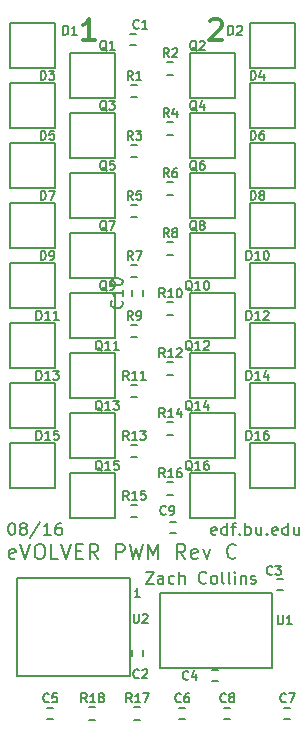
<source format=gbr>
G04 #@! TF.FileFunction,Legend,Top*
%FSLAX46Y46*%
G04 Gerber Fmt 4.6, Leading zero omitted, Abs format (unit mm)*
G04 Created by KiCad (PCBNEW 4.0.7) date Monday, October 08, 2018 'PMt' 05:16:59 PM*
%MOMM*%
%LPD*%
G01*
G04 APERTURE LIST*
%ADD10C,0.100000*%
%ADD11C,0.203200*%
%ADD12C,0.190500*%
%ADD13C,0.300000*%
%ADD14C,0.150000*%
%ADD15C,0.127000*%
G04 APERTURE END LIST*
D10*
D11*
X169614549Y-118188619D02*
X170291882Y-118188619D01*
X169614549Y-119204619D01*
X170291882Y-119204619D01*
X171114358Y-119204619D02*
X171114358Y-118672429D01*
X171065977Y-118575667D01*
X170969215Y-118527286D01*
X170775692Y-118527286D01*
X170678930Y-118575667D01*
X171114358Y-119156238D02*
X171017596Y-119204619D01*
X170775692Y-119204619D01*
X170678930Y-119156238D01*
X170630549Y-119059476D01*
X170630549Y-118962714D01*
X170678930Y-118865952D01*
X170775692Y-118817571D01*
X171017596Y-118817571D01*
X171114358Y-118769190D01*
X172033596Y-119156238D02*
X171936834Y-119204619D01*
X171743311Y-119204619D01*
X171646549Y-119156238D01*
X171598168Y-119107857D01*
X171549787Y-119011095D01*
X171549787Y-118720810D01*
X171598168Y-118624048D01*
X171646549Y-118575667D01*
X171743311Y-118527286D01*
X171936834Y-118527286D01*
X172033596Y-118575667D01*
X172469025Y-119204619D02*
X172469025Y-118188619D01*
X172904453Y-119204619D02*
X172904453Y-118672429D01*
X172856072Y-118575667D01*
X172759310Y-118527286D01*
X172614168Y-118527286D01*
X172517406Y-118575667D01*
X172469025Y-118624048D01*
X174742929Y-119107857D02*
X174694548Y-119156238D01*
X174549405Y-119204619D01*
X174452643Y-119204619D01*
X174307501Y-119156238D01*
X174210739Y-119059476D01*
X174162358Y-118962714D01*
X174113977Y-118769190D01*
X174113977Y-118624048D01*
X174162358Y-118430524D01*
X174210739Y-118333762D01*
X174307501Y-118237000D01*
X174452643Y-118188619D01*
X174549405Y-118188619D01*
X174694548Y-118237000D01*
X174742929Y-118285381D01*
X175323501Y-119204619D02*
X175226739Y-119156238D01*
X175178358Y-119107857D01*
X175129977Y-119011095D01*
X175129977Y-118720810D01*
X175178358Y-118624048D01*
X175226739Y-118575667D01*
X175323501Y-118527286D01*
X175468643Y-118527286D01*
X175565405Y-118575667D01*
X175613786Y-118624048D01*
X175662167Y-118720810D01*
X175662167Y-119011095D01*
X175613786Y-119107857D01*
X175565405Y-119156238D01*
X175468643Y-119204619D01*
X175323501Y-119204619D01*
X176242739Y-119204619D02*
X176145977Y-119156238D01*
X176097596Y-119059476D01*
X176097596Y-118188619D01*
X176774929Y-119204619D02*
X176678167Y-119156238D01*
X176629786Y-119059476D01*
X176629786Y-118188619D01*
X177161976Y-119204619D02*
X177161976Y-118527286D01*
X177161976Y-118188619D02*
X177113595Y-118237000D01*
X177161976Y-118285381D01*
X177210357Y-118237000D01*
X177161976Y-118188619D01*
X177161976Y-118285381D01*
X177645786Y-118527286D02*
X177645786Y-119204619D01*
X177645786Y-118624048D02*
X177694167Y-118575667D01*
X177790929Y-118527286D01*
X177936071Y-118527286D01*
X178032833Y-118575667D01*
X178081214Y-118672429D01*
X178081214Y-119204619D01*
X178516643Y-119156238D02*
X178613405Y-119204619D01*
X178806929Y-119204619D01*
X178903690Y-119156238D01*
X178952071Y-119059476D01*
X178952071Y-119011095D01*
X178903690Y-118914333D01*
X178806929Y-118865952D01*
X178661786Y-118865952D01*
X178565024Y-118817571D01*
X178516643Y-118720810D01*
X178516643Y-118672429D01*
X178565024Y-118575667D01*
X178661786Y-118527286D01*
X178806929Y-118527286D01*
X178903690Y-118575667D01*
D12*
X158232929Y-114061119D02*
X158329690Y-114061119D01*
X158426452Y-114109500D01*
X158474833Y-114157881D01*
X158523214Y-114254643D01*
X158571595Y-114448167D01*
X158571595Y-114690071D01*
X158523214Y-114883595D01*
X158474833Y-114980357D01*
X158426452Y-115028738D01*
X158329690Y-115077119D01*
X158232929Y-115077119D01*
X158136167Y-115028738D01*
X158087786Y-114980357D01*
X158039405Y-114883595D01*
X157991024Y-114690071D01*
X157991024Y-114448167D01*
X158039405Y-114254643D01*
X158087786Y-114157881D01*
X158136167Y-114109500D01*
X158232929Y-114061119D01*
X159152167Y-114496548D02*
X159055405Y-114448167D01*
X159007024Y-114399786D01*
X158958643Y-114303024D01*
X158958643Y-114254643D01*
X159007024Y-114157881D01*
X159055405Y-114109500D01*
X159152167Y-114061119D01*
X159345690Y-114061119D01*
X159442452Y-114109500D01*
X159490833Y-114157881D01*
X159539214Y-114254643D01*
X159539214Y-114303024D01*
X159490833Y-114399786D01*
X159442452Y-114448167D01*
X159345690Y-114496548D01*
X159152167Y-114496548D01*
X159055405Y-114544929D01*
X159007024Y-114593310D01*
X158958643Y-114690071D01*
X158958643Y-114883595D01*
X159007024Y-114980357D01*
X159055405Y-115028738D01*
X159152167Y-115077119D01*
X159345690Y-115077119D01*
X159442452Y-115028738D01*
X159490833Y-114980357D01*
X159539214Y-114883595D01*
X159539214Y-114690071D01*
X159490833Y-114593310D01*
X159442452Y-114544929D01*
X159345690Y-114496548D01*
X160700357Y-114012738D02*
X159829500Y-115319024D01*
X161571214Y-115077119D02*
X160990643Y-115077119D01*
X161280929Y-115077119D02*
X161280929Y-114061119D01*
X161184167Y-114206262D01*
X161087405Y-114303024D01*
X160990643Y-114351405D01*
X162442071Y-114061119D02*
X162248548Y-114061119D01*
X162151786Y-114109500D01*
X162103405Y-114157881D01*
X162006643Y-114303024D01*
X161958262Y-114496548D01*
X161958262Y-114883595D01*
X162006643Y-114980357D01*
X162055024Y-115028738D01*
X162151786Y-115077119D01*
X162345309Y-115077119D01*
X162442071Y-115028738D01*
X162490452Y-114980357D01*
X162538833Y-114883595D01*
X162538833Y-114641690D01*
X162490452Y-114544929D01*
X162442071Y-114496548D01*
X162345309Y-114448167D01*
X162151786Y-114448167D01*
X162055024Y-114496548D01*
X162006643Y-114544929D01*
X161958262Y-114641690D01*
D11*
X175571452Y-115028738D02*
X175474690Y-115077119D01*
X175281167Y-115077119D01*
X175184405Y-115028738D01*
X175136024Y-114931976D01*
X175136024Y-114544929D01*
X175184405Y-114448167D01*
X175281167Y-114399786D01*
X175474690Y-114399786D01*
X175571452Y-114448167D01*
X175619833Y-114544929D01*
X175619833Y-114641690D01*
X175136024Y-114738452D01*
X176490690Y-115077119D02*
X176490690Y-114061119D01*
X176490690Y-115028738D02*
X176393928Y-115077119D01*
X176200405Y-115077119D01*
X176103643Y-115028738D01*
X176055262Y-114980357D01*
X176006881Y-114883595D01*
X176006881Y-114593310D01*
X176055262Y-114496548D01*
X176103643Y-114448167D01*
X176200405Y-114399786D01*
X176393928Y-114399786D01*
X176490690Y-114448167D01*
X176829357Y-114399786D02*
X177216405Y-114399786D01*
X176974500Y-115077119D02*
X176974500Y-114206262D01*
X177022881Y-114109500D01*
X177119643Y-114061119D01*
X177216405Y-114061119D01*
X177555071Y-114980357D02*
X177603452Y-115028738D01*
X177555071Y-115077119D01*
X177506690Y-115028738D01*
X177555071Y-114980357D01*
X177555071Y-115077119D01*
X178038881Y-115077119D02*
X178038881Y-114061119D01*
X178038881Y-114448167D02*
X178135643Y-114399786D01*
X178329166Y-114399786D01*
X178425928Y-114448167D01*
X178474309Y-114496548D01*
X178522690Y-114593310D01*
X178522690Y-114883595D01*
X178474309Y-114980357D01*
X178425928Y-115028738D01*
X178329166Y-115077119D01*
X178135643Y-115077119D01*
X178038881Y-115028738D01*
X179393547Y-114399786D02*
X179393547Y-115077119D01*
X178958119Y-114399786D02*
X178958119Y-114931976D01*
X179006500Y-115028738D01*
X179103262Y-115077119D01*
X179248404Y-115077119D01*
X179345166Y-115028738D01*
X179393547Y-114980357D01*
X179877357Y-114980357D02*
X179925738Y-115028738D01*
X179877357Y-115077119D01*
X179828976Y-115028738D01*
X179877357Y-114980357D01*
X179877357Y-115077119D01*
X180748214Y-115028738D02*
X180651452Y-115077119D01*
X180457929Y-115077119D01*
X180361167Y-115028738D01*
X180312786Y-114931976D01*
X180312786Y-114544929D01*
X180361167Y-114448167D01*
X180457929Y-114399786D01*
X180651452Y-114399786D01*
X180748214Y-114448167D01*
X180796595Y-114544929D01*
X180796595Y-114641690D01*
X180312786Y-114738452D01*
X181667452Y-115077119D02*
X181667452Y-114061119D01*
X181667452Y-115028738D02*
X181570690Y-115077119D01*
X181377167Y-115077119D01*
X181280405Y-115028738D01*
X181232024Y-114980357D01*
X181183643Y-114883595D01*
X181183643Y-114593310D01*
X181232024Y-114496548D01*
X181280405Y-114448167D01*
X181377167Y-114399786D01*
X181570690Y-114399786D01*
X181667452Y-114448167D01*
X182586690Y-114399786D02*
X182586690Y-115077119D01*
X182151262Y-114399786D02*
X182151262Y-114931976D01*
X182199643Y-115028738D01*
X182296405Y-115077119D01*
X182441547Y-115077119D01*
X182538309Y-115028738D01*
X182586690Y-114980357D01*
X158583690Y-117036548D02*
X158462738Y-117097024D01*
X158220833Y-117097024D01*
X158099881Y-117036548D01*
X158039405Y-116915595D01*
X158039405Y-116431786D01*
X158099881Y-116310833D01*
X158220833Y-116250357D01*
X158462738Y-116250357D01*
X158583690Y-116310833D01*
X158644167Y-116431786D01*
X158644167Y-116552738D01*
X158039405Y-116673690D01*
X159007023Y-115827024D02*
X159430357Y-117097024D01*
X159853690Y-115827024D01*
X160518928Y-115827024D02*
X160760832Y-115827024D01*
X160881785Y-115887500D01*
X161002737Y-116008452D01*
X161063213Y-116250357D01*
X161063213Y-116673690D01*
X161002737Y-116915595D01*
X160881785Y-117036548D01*
X160760832Y-117097024D01*
X160518928Y-117097024D01*
X160397975Y-117036548D01*
X160277023Y-116915595D01*
X160216547Y-116673690D01*
X160216547Y-116250357D01*
X160277023Y-116008452D01*
X160397975Y-115887500D01*
X160518928Y-115827024D01*
X162212261Y-117097024D02*
X161607499Y-117097024D01*
X161607499Y-115827024D01*
X162454165Y-115827024D02*
X162877499Y-117097024D01*
X163300832Y-115827024D01*
X163724165Y-116431786D02*
X164147498Y-116431786D01*
X164328927Y-117097024D02*
X163724165Y-117097024D01*
X163724165Y-115827024D01*
X164328927Y-115827024D01*
X165598927Y-117097024D02*
X165175594Y-116492262D01*
X164873213Y-117097024D02*
X164873213Y-115827024D01*
X165357022Y-115827024D01*
X165477975Y-115887500D01*
X165538451Y-115947976D01*
X165598927Y-116068929D01*
X165598927Y-116250357D01*
X165538451Y-116371310D01*
X165477975Y-116431786D01*
X165357022Y-116492262D01*
X164873213Y-116492262D01*
X167110832Y-117097024D02*
X167110832Y-115827024D01*
X167594641Y-115827024D01*
X167715594Y-115887500D01*
X167776070Y-115947976D01*
X167836546Y-116068929D01*
X167836546Y-116250357D01*
X167776070Y-116371310D01*
X167715594Y-116431786D01*
X167594641Y-116492262D01*
X167110832Y-116492262D01*
X168259880Y-115827024D02*
X168562261Y-117097024D01*
X168804165Y-116189881D01*
X169046070Y-117097024D01*
X169348451Y-115827024D01*
X169832261Y-117097024D02*
X169832261Y-115827024D01*
X170255594Y-116734167D01*
X170678928Y-115827024D01*
X170678928Y-117097024D01*
X172977023Y-117097024D02*
X172553690Y-116492262D01*
X172251309Y-117097024D02*
X172251309Y-115827024D01*
X172735118Y-115827024D01*
X172856071Y-115887500D01*
X172916547Y-115947976D01*
X172977023Y-116068929D01*
X172977023Y-116250357D01*
X172916547Y-116371310D01*
X172856071Y-116431786D01*
X172735118Y-116492262D01*
X172251309Y-116492262D01*
X174005118Y-117036548D02*
X173884166Y-117097024D01*
X173642261Y-117097024D01*
X173521309Y-117036548D01*
X173460833Y-116915595D01*
X173460833Y-116431786D01*
X173521309Y-116310833D01*
X173642261Y-116250357D01*
X173884166Y-116250357D01*
X174005118Y-116310833D01*
X174065595Y-116431786D01*
X174065595Y-116552738D01*
X173460833Y-116673690D01*
X174488928Y-116250357D02*
X174791309Y-117097024D01*
X175093689Y-116250357D01*
X177270832Y-116976071D02*
X177210356Y-117036548D01*
X177028927Y-117097024D01*
X176907975Y-117097024D01*
X176726547Y-117036548D01*
X176605594Y-116915595D01*
X176545118Y-116794643D01*
X176484642Y-116552738D01*
X176484642Y-116371310D01*
X176545118Y-116129405D01*
X176605594Y-116008452D01*
X176726547Y-115887500D01*
X176907975Y-115827024D01*
X177028927Y-115827024D01*
X177210356Y-115887500D01*
X177270832Y-115947976D01*
D13*
X175069501Y-71585667D02*
X175154167Y-71501000D01*
X175323501Y-71416333D01*
X175746834Y-71416333D01*
X175916167Y-71501000D01*
X176000834Y-71585667D01*
X176085501Y-71755000D01*
X176085501Y-71924333D01*
X176000834Y-72178333D01*
X174984834Y-73194333D01*
X176085501Y-73194333D01*
X165290501Y-73194333D02*
X164274501Y-73194333D01*
X164782501Y-73194333D02*
X164782501Y-71416333D01*
X164613167Y-71670333D01*
X164443834Y-71839667D01*
X164274501Y-71924333D01*
D14*
X171954000Y-90280000D02*
X171454000Y-90280000D01*
X171454000Y-91330000D02*
X171954000Y-91330000D01*
X168275000Y-127000000D02*
X168275000Y-118745000D01*
X168275000Y-118745000D02*
X158750000Y-118745000D01*
X158750000Y-118745000D02*
X158750000Y-127000000D01*
X158750000Y-127000000D02*
X168275000Y-127000000D01*
X161925000Y-80645000D02*
X161925000Y-76835000D01*
X161925000Y-76835000D02*
X158115000Y-76835000D01*
X158115000Y-76835000D02*
X158115000Y-80645000D01*
X158115000Y-80645000D02*
X161925000Y-80645000D01*
X168406000Y-83075000D02*
X168906000Y-83075000D01*
X168906000Y-82025000D02*
X168406000Y-82025000D01*
X168279000Y-73627000D02*
X168779000Y-73627000D01*
X168779000Y-72677000D02*
X168279000Y-72677000D01*
X168435000Y-124845000D02*
X168435000Y-125345000D01*
X169385000Y-125345000D02*
X169385000Y-124845000D01*
X181225000Y-118778000D02*
X180725000Y-118778000D01*
X180725000Y-119728000D02*
X181225000Y-119728000D01*
X175764000Y-126525000D02*
X175264000Y-126525000D01*
X175264000Y-127475000D02*
X175764000Y-127475000D01*
X168406000Y-77995000D02*
X168906000Y-77995000D01*
X168906000Y-76945000D02*
X168406000Y-76945000D01*
X171954000Y-75040000D02*
X171454000Y-75040000D01*
X171454000Y-76090000D02*
X171954000Y-76090000D01*
X171954000Y-80120000D02*
X171454000Y-80120000D01*
X171454000Y-81170000D02*
X171954000Y-81170000D01*
X168406000Y-88155000D02*
X168906000Y-88155000D01*
X168906000Y-87105000D02*
X168406000Y-87105000D01*
X171954000Y-85200000D02*
X171454000Y-85200000D01*
X171454000Y-86250000D02*
X171954000Y-86250000D01*
X168406000Y-93235000D02*
X168906000Y-93235000D01*
X168906000Y-92185000D02*
X168406000Y-92185000D01*
X168406000Y-98315000D02*
X168906000Y-98315000D01*
X168906000Y-97265000D02*
X168406000Y-97265000D01*
X171954000Y-95360000D02*
X171454000Y-95360000D01*
X171454000Y-96410000D02*
X171954000Y-96410000D01*
X168406000Y-103395000D02*
X168906000Y-103395000D01*
X168906000Y-102345000D02*
X168406000Y-102345000D01*
X171954000Y-100440000D02*
X171454000Y-100440000D01*
X171454000Y-101490000D02*
X171954000Y-101490000D01*
X168406000Y-108475000D02*
X168906000Y-108475000D01*
X168906000Y-107425000D02*
X168406000Y-107425000D01*
X171954000Y-105520000D02*
X171454000Y-105520000D01*
X171454000Y-106570000D02*
X171954000Y-106570000D01*
X168406000Y-113555000D02*
X168906000Y-113555000D01*
X168906000Y-112505000D02*
X168406000Y-112505000D01*
X171954000Y-110600000D02*
X171454000Y-110600000D01*
X171454000Y-111650000D02*
X171954000Y-111650000D01*
X169160000Y-129650000D02*
X168660000Y-129650000D01*
X168660000Y-130700000D02*
X169160000Y-130700000D01*
X170815000Y-126365000D02*
X180340000Y-126365000D01*
X180340000Y-126365000D02*
X180340000Y-120015000D01*
X180340000Y-120015000D02*
X170815000Y-120015000D01*
X170815000Y-120015000D02*
X170815000Y-126365000D01*
X161925000Y-75565000D02*
X161925000Y-71755000D01*
X161925000Y-71755000D02*
X158115000Y-71755000D01*
X158115000Y-71755000D02*
X158115000Y-75565000D01*
X158115000Y-75565000D02*
X161925000Y-75565000D01*
X182245000Y-75565000D02*
X182245000Y-71755000D01*
X182245000Y-71755000D02*
X178435000Y-71755000D01*
X178435000Y-71755000D02*
X178435000Y-75565000D01*
X178435000Y-75565000D02*
X182245000Y-75565000D01*
X161925000Y-85725000D02*
X161925000Y-81915000D01*
X161925000Y-81915000D02*
X158115000Y-81915000D01*
X158115000Y-81915000D02*
X158115000Y-85725000D01*
X158115000Y-85725000D02*
X161925000Y-85725000D01*
X182245000Y-85725000D02*
X182245000Y-81915000D01*
X182245000Y-81915000D02*
X178435000Y-81915000D01*
X178435000Y-81915000D02*
X178435000Y-85725000D01*
X178435000Y-85725000D02*
X182245000Y-85725000D01*
X161925000Y-90805000D02*
X161925000Y-86995000D01*
X161925000Y-86995000D02*
X158115000Y-86995000D01*
X158115000Y-86995000D02*
X158115000Y-90805000D01*
X158115000Y-90805000D02*
X161925000Y-90805000D01*
X182245000Y-90805000D02*
X182245000Y-86995000D01*
X182245000Y-86995000D02*
X178435000Y-86995000D01*
X178435000Y-86995000D02*
X178435000Y-90805000D01*
X178435000Y-90805000D02*
X182245000Y-90805000D01*
X161925000Y-95885000D02*
X161925000Y-92075000D01*
X161925000Y-92075000D02*
X158115000Y-92075000D01*
X158115000Y-92075000D02*
X158115000Y-95885000D01*
X158115000Y-95885000D02*
X161925000Y-95885000D01*
X182245000Y-95885000D02*
X182245000Y-92075000D01*
X182245000Y-92075000D02*
X178435000Y-92075000D01*
X178435000Y-92075000D02*
X178435000Y-95885000D01*
X178435000Y-95885000D02*
X182245000Y-95885000D01*
X161925000Y-100965000D02*
X161925000Y-97155000D01*
X161925000Y-97155000D02*
X158115000Y-97155000D01*
X158115000Y-97155000D02*
X158115000Y-100965000D01*
X158115000Y-100965000D02*
X161925000Y-100965000D01*
X182245000Y-100965000D02*
X182245000Y-97155000D01*
X182245000Y-97155000D02*
X178435000Y-97155000D01*
X178435000Y-97155000D02*
X178435000Y-100965000D01*
X178435000Y-100965000D02*
X182245000Y-100965000D01*
X161925000Y-106045000D02*
X161925000Y-102235000D01*
X161925000Y-102235000D02*
X158115000Y-102235000D01*
X158115000Y-102235000D02*
X158115000Y-106045000D01*
X158115000Y-106045000D02*
X161925000Y-106045000D01*
X161925000Y-111125000D02*
X161925000Y-107315000D01*
X161925000Y-107315000D02*
X158115000Y-107315000D01*
X158115000Y-107315000D02*
X158115000Y-111125000D01*
X158115000Y-111125000D02*
X161925000Y-111125000D01*
X182245000Y-111125000D02*
X182245000Y-107315000D01*
X182245000Y-107315000D02*
X178435000Y-107315000D01*
X178435000Y-107315000D02*
X178435000Y-111125000D01*
X178435000Y-111125000D02*
X182245000Y-111125000D01*
X167005000Y-74295000D02*
X163195000Y-74295000D01*
X163195000Y-74295000D02*
X163195000Y-78105000D01*
X163195000Y-78105000D02*
X167005000Y-78105000D01*
X167005000Y-78105000D02*
X167005000Y-74295000D01*
X173355000Y-78105000D02*
X177165000Y-78105000D01*
X177165000Y-78105000D02*
X177165000Y-74295000D01*
X177165000Y-74295000D02*
X173355000Y-74295000D01*
X173355000Y-74295000D02*
X173355000Y-78105000D01*
X167005000Y-79375000D02*
X163195000Y-79375000D01*
X163195000Y-79375000D02*
X163195000Y-83185000D01*
X163195000Y-83185000D02*
X167005000Y-83185000D01*
X167005000Y-83185000D02*
X167005000Y-79375000D01*
X173355000Y-83185000D02*
X177165000Y-83185000D01*
X177165000Y-83185000D02*
X177165000Y-79375000D01*
X177165000Y-79375000D02*
X173355000Y-79375000D01*
X173355000Y-79375000D02*
X173355000Y-83185000D01*
X167005000Y-84455000D02*
X163195000Y-84455000D01*
X163195000Y-84455000D02*
X163195000Y-88265000D01*
X163195000Y-88265000D02*
X167005000Y-88265000D01*
X167005000Y-88265000D02*
X167005000Y-84455000D01*
X173355000Y-88265000D02*
X177165000Y-88265000D01*
X177165000Y-88265000D02*
X177165000Y-84455000D01*
X177165000Y-84455000D02*
X173355000Y-84455000D01*
X173355000Y-84455000D02*
X173355000Y-88265000D01*
X167005000Y-89535000D02*
X163195000Y-89535000D01*
X163195000Y-89535000D02*
X163195000Y-93345000D01*
X163195000Y-93345000D02*
X167005000Y-93345000D01*
X167005000Y-93345000D02*
X167005000Y-89535000D01*
X173355000Y-93345000D02*
X177165000Y-93345000D01*
X177165000Y-93345000D02*
X177165000Y-89535000D01*
X177165000Y-89535000D02*
X173355000Y-89535000D01*
X173355000Y-89535000D02*
X173355000Y-93345000D01*
X167005000Y-94615000D02*
X163195000Y-94615000D01*
X163195000Y-94615000D02*
X163195000Y-98425000D01*
X163195000Y-98425000D02*
X167005000Y-98425000D01*
X167005000Y-98425000D02*
X167005000Y-94615000D01*
X173355000Y-98425000D02*
X177165000Y-98425000D01*
X177165000Y-98425000D02*
X177165000Y-94615000D01*
X177165000Y-94615000D02*
X173355000Y-94615000D01*
X173355000Y-94615000D02*
X173355000Y-98425000D01*
X167005000Y-99695000D02*
X163195000Y-99695000D01*
X163195000Y-99695000D02*
X163195000Y-103505000D01*
X163195000Y-103505000D02*
X167005000Y-103505000D01*
X167005000Y-103505000D02*
X167005000Y-99695000D01*
X173355000Y-103505000D02*
X177165000Y-103505000D01*
X177165000Y-103505000D02*
X177165000Y-99695000D01*
X177165000Y-99695000D02*
X173355000Y-99695000D01*
X173355000Y-99695000D02*
X173355000Y-103505000D01*
X167005000Y-104775000D02*
X163195000Y-104775000D01*
X163195000Y-104775000D02*
X163195000Y-108585000D01*
X163195000Y-108585000D02*
X167005000Y-108585000D01*
X167005000Y-108585000D02*
X167005000Y-104775000D01*
X173355000Y-108585000D02*
X177165000Y-108585000D01*
X177165000Y-108585000D02*
X177165000Y-104775000D01*
X177165000Y-104775000D02*
X173355000Y-104775000D01*
X173355000Y-104775000D02*
X173355000Y-108585000D01*
X167005000Y-109855000D02*
X163195000Y-109855000D01*
X163195000Y-109855000D02*
X163195000Y-113665000D01*
X163195000Y-113665000D02*
X167005000Y-113665000D01*
X167005000Y-113665000D02*
X167005000Y-109855000D01*
X173355000Y-113665000D02*
X177165000Y-113665000D01*
X177165000Y-113665000D02*
X177165000Y-109855000D01*
X177165000Y-109855000D02*
X173355000Y-109855000D01*
X173355000Y-109855000D02*
X173355000Y-113665000D01*
X161294000Y-130650000D02*
X161794000Y-130650000D01*
X161794000Y-129700000D02*
X161294000Y-129700000D01*
X182245000Y-80645000D02*
X182245000Y-76835000D01*
X182245000Y-76835000D02*
X178435000Y-76835000D01*
X178435000Y-76835000D02*
X178435000Y-80645000D01*
X178435000Y-80645000D02*
X182245000Y-80645000D01*
X172970000Y-129700000D02*
X172470000Y-129700000D01*
X172470000Y-130650000D02*
X172970000Y-130650000D01*
X181360000Y-130650000D02*
X181860000Y-130650000D01*
X181860000Y-129700000D02*
X181360000Y-129700000D01*
X176780000Y-129700000D02*
X176280000Y-129700000D01*
X176280000Y-130650000D02*
X176780000Y-130650000D01*
X172208000Y-113952000D02*
X171708000Y-113952000D01*
X171708000Y-114902000D02*
X172208000Y-114902000D01*
X182245000Y-106045000D02*
X182245000Y-102235000D01*
X182245000Y-102235000D02*
X178435000Y-102235000D01*
X178435000Y-102235000D02*
X178435000Y-106045000D01*
X178435000Y-106045000D02*
X182245000Y-106045000D01*
X164850000Y-130700000D02*
X165350000Y-130700000D01*
X165350000Y-129650000D02*
X164850000Y-129650000D01*
X168435000Y-94365000D02*
X168435000Y-94865000D01*
X169385000Y-94865000D02*
X169385000Y-94365000D01*
D15*
X171577000Y-89879714D02*
X171323000Y-89516857D01*
X171141572Y-89879714D02*
X171141572Y-89117714D01*
X171431857Y-89117714D01*
X171504429Y-89154000D01*
X171540714Y-89190286D01*
X171577000Y-89262857D01*
X171577000Y-89371714D01*
X171540714Y-89444286D01*
X171504429Y-89480571D01*
X171431857Y-89516857D01*
X171141572Y-89516857D01*
X172012429Y-89444286D02*
X171939857Y-89408000D01*
X171903572Y-89371714D01*
X171867286Y-89299143D01*
X171867286Y-89262857D01*
X171903572Y-89190286D01*
X171939857Y-89154000D01*
X172012429Y-89117714D01*
X172157572Y-89117714D01*
X172230143Y-89154000D01*
X172266429Y-89190286D01*
X172302714Y-89262857D01*
X172302714Y-89299143D01*
X172266429Y-89371714D01*
X172230143Y-89408000D01*
X172157572Y-89444286D01*
X172012429Y-89444286D01*
X171939857Y-89480571D01*
X171903572Y-89516857D01*
X171867286Y-89589429D01*
X171867286Y-89734571D01*
X171903572Y-89807143D01*
X171939857Y-89843429D01*
X172012429Y-89879714D01*
X172157572Y-89879714D01*
X172230143Y-89843429D01*
X172266429Y-89807143D01*
X172302714Y-89734571D01*
X172302714Y-89589429D01*
X172266429Y-89516857D01*
X172230143Y-89480571D01*
X172157572Y-89444286D01*
X168583429Y-121756714D02*
X168583429Y-122373571D01*
X168619714Y-122446143D01*
X168656000Y-122482429D01*
X168728571Y-122518714D01*
X168873714Y-122518714D01*
X168946286Y-122482429D01*
X168982571Y-122446143D01*
X169018857Y-122373571D01*
X169018857Y-121756714D01*
X169345429Y-121829286D02*
X169381715Y-121793000D01*
X169454286Y-121756714D01*
X169635715Y-121756714D01*
X169708286Y-121793000D01*
X169744572Y-121829286D01*
X169780857Y-121901857D01*
X169780857Y-121974429D01*
X169744572Y-122083286D01*
X169309143Y-122518714D01*
X169780857Y-122518714D01*
X169127714Y-120359714D02*
X168692286Y-120359714D01*
X168910000Y-120359714D02*
X168910000Y-119597714D01*
X168837429Y-119706571D01*
X168764857Y-119779143D01*
X168692286Y-119815429D01*
X160727572Y-76544714D02*
X160727572Y-75782714D01*
X160909000Y-75782714D01*
X161017857Y-75819000D01*
X161090429Y-75891571D01*
X161126714Y-75964143D01*
X161163000Y-76109286D01*
X161163000Y-76218143D01*
X161126714Y-76363286D01*
X161090429Y-76435857D01*
X161017857Y-76508429D01*
X160909000Y-76544714D01*
X160727572Y-76544714D01*
X161417000Y-75782714D02*
X161888714Y-75782714D01*
X161634714Y-76073000D01*
X161743572Y-76073000D01*
X161816143Y-76109286D01*
X161852429Y-76145571D01*
X161888714Y-76218143D01*
X161888714Y-76399571D01*
X161852429Y-76472143D01*
X161816143Y-76508429D01*
X161743572Y-76544714D01*
X161525857Y-76544714D01*
X161453286Y-76508429D01*
X161417000Y-76472143D01*
X168529000Y-81624714D02*
X168275000Y-81261857D01*
X168093572Y-81624714D02*
X168093572Y-80862714D01*
X168383857Y-80862714D01*
X168456429Y-80899000D01*
X168492714Y-80935286D01*
X168529000Y-81007857D01*
X168529000Y-81116714D01*
X168492714Y-81189286D01*
X168456429Y-81225571D01*
X168383857Y-81261857D01*
X168093572Y-81261857D01*
X168783000Y-80862714D02*
X169254714Y-80862714D01*
X169000714Y-81153000D01*
X169109572Y-81153000D01*
X169182143Y-81189286D01*
X169218429Y-81225571D01*
X169254714Y-81298143D01*
X169254714Y-81479571D01*
X169218429Y-81552143D01*
X169182143Y-81588429D01*
X169109572Y-81624714D01*
X168891857Y-81624714D01*
X168819286Y-81588429D01*
X168783000Y-81552143D01*
X169037000Y-72154143D02*
X169000714Y-72190429D01*
X168891857Y-72226714D01*
X168819286Y-72226714D01*
X168710429Y-72190429D01*
X168637857Y-72117857D01*
X168601572Y-72045286D01*
X168565286Y-71900143D01*
X168565286Y-71791286D01*
X168601572Y-71646143D01*
X168637857Y-71573571D01*
X168710429Y-71501000D01*
X168819286Y-71464714D01*
X168891857Y-71464714D01*
X169000714Y-71501000D01*
X169037000Y-71537286D01*
X169762714Y-72226714D02*
X169327286Y-72226714D01*
X169545000Y-72226714D02*
X169545000Y-71464714D01*
X169472429Y-71573571D01*
X169399857Y-71646143D01*
X169327286Y-71682429D01*
X169037000Y-127145143D02*
X169000714Y-127181429D01*
X168891857Y-127217714D01*
X168819286Y-127217714D01*
X168710429Y-127181429D01*
X168637857Y-127108857D01*
X168601572Y-127036286D01*
X168565286Y-126891143D01*
X168565286Y-126782286D01*
X168601572Y-126637143D01*
X168637857Y-126564571D01*
X168710429Y-126492000D01*
X168819286Y-126455714D01*
X168891857Y-126455714D01*
X169000714Y-126492000D01*
X169037000Y-126528286D01*
X169327286Y-126528286D02*
X169363572Y-126492000D01*
X169436143Y-126455714D01*
X169617572Y-126455714D01*
X169690143Y-126492000D01*
X169726429Y-126528286D01*
X169762714Y-126600857D01*
X169762714Y-126673429D01*
X169726429Y-126782286D01*
X169291000Y-127217714D01*
X169762714Y-127217714D01*
X180340000Y-118382143D02*
X180303714Y-118418429D01*
X180194857Y-118454714D01*
X180122286Y-118454714D01*
X180013429Y-118418429D01*
X179940857Y-118345857D01*
X179904572Y-118273286D01*
X179868286Y-118128143D01*
X179868286Y-118019286D01*
X179904572Y-117874143D01*
X179940857Y-117801571D01*
X180013429Y-117729000D01*
X180122286Y-117692714D01*
X180194857Y-117692714D01*
X180303714Y-117729000D01*
X180340000Y-117765286D01*
X180594000Y-117692714D02*
X181065714Y-117692714D01*
X180811714Y-117983000D01*
X180920572Y-117983000D01*
X180993143Y-118019286D01*
X181029429Y-118055571D01*
X181065714Y-118128143D01*
X181065714Y-118309571D01*
X181029429Y-118382143D01*
X180993143Y-118418429D01*
X180920572Y-118454714D01*
X180702857Y-118454714D01*
X180630286Y-118418429D01*
X180594000Y-118382143D01*
X173228000Y-127272143D02*
X173191714Y-127308429D01*
X173082857Y-127344714D01*
X173010286Y-127344714D01*
X172901429Y-127308429D01*
X172828857Y-127235857D01*
X172792572Y-127163286D01*
X172756286Y-127018143D01*
X172756286Y-126909286D01*
X172792572Y-126764143D01*
X172828857Y-126691571D01*
X172901429Y-126619000D01*
X173010286Y-126582714D01*
X173082857Y-126582714D01*
X173191714Y-126619000D01*
X173228000Y-126655286D01*
X173881143Y-126836714D02*
X173881143Y-127344714D01*
X173699714Y-126546429D02*
X173518286Y-127090714D01*
X173990000Y-127090714D01*
X168529000Y-76544714D02*
X168275000Y-76181857D01*
X168093572Y-76544714D02*
X168093572Y-75782714D01*
X168383857Y-75782714D01*
X168456429Y-75819000D01*
X168492714Y-75855286D01*
X168529000Y-75927857D01*
X168529000Y-76036714D01*
X168492714Y-76109286D01*
X168456429Y-76145571D01*
X168383857Y-76181857D01*
X168093572Y-76181857D01*
X169254714Y-76544714D02*
X168819286Y-76544714D01*
X169037000Y-76544714D02*
X169037000Y-75782714D01*
X168964429Y-75891571D01*
X168891857Y-75964143D01*
X168819286Y-76000429D01*
X171577000Y-74639714D02*
X171323000Y-74276857D01*
X171141572Y-74639714D02*
X171141572Y-73877714D01*
X171431857Y-73877714D01*
X171504429Y-73914000D01*
X171540714Y-73950286D01*
X171577000Y-74022857D01*
X171577000Y-74131714D01*
X171540714Y-74204286D01*
X171504429Y-74240571D01*
X171431857Y-74276857D01*
X171141572Y-74276857D01*
X171867286Y-73950286D02*
X171903572Y-73914000D01*
X171976143Y-73877714D01*
X172157572Y-73877714D01*
X172230143Y-73914000D01*
X172266429Y-73950286D01*
X172302714Y-74022857D01*
X172302714Y-74095429D01*
X172266429Y-74204286D01*
X171831000Y-74639714D01*
X172302714Y-74639714D01*
X171577000Y-79719714D02*
X171323000Y-79356857D01*
X171141572Y-79719714D02*
X171141572Y-78957714D01*
X171431857Y-78957714D01*
X171504429Y-78994000D01*
X171540714Y-79030286D01*
X171577000Y-79102857D01*
X171577000Y-79211714D01*
X171540714Y-79284286D01*
X171504429Y-79320571D01*
X171431857Y-79356857D01*
X171141572Y-79356857D01*
X172230143Y-79211714D02*
X172230143Y-79719714D01*
X172048714Y-78921429D02*
X171867286Y-79465714D01*
X172339000Y-79465714D01*
X168529000Y-86704714D02*
X168275000Y-86341857D01*
X168093572Y-86704714D02*
X168093572Y-85942714D01*
X168383857Y-85942714D01*
X168456429Y-85979000D01*
X168492714Y-86015286D01*
X168529000Y-86087857D01*
X168529000Y-86196714D01*
X168492714Y-86269286D01*
X168456429Y-86305571D01*
X168383857Y-86341857D01*
X168093572Y-86341857D01*
X169218429Y-85942714D02*
X168855572Y-85942714D01*
X168819286Y-86305571D01*
X168855572Y-86269286D01*
X168928143Y-86233000D01*
X169109572Y-86233000D01*
X169182143Y-86269286D01*
X169218429Y-86305571D01*
X169254714Y-86378143D01*
X169254714Y-86559571D01*
X169218429Y-86632143D01*
X169182143Y-86668429D01*
X169109572Y-86704714D01*
X168928143Y-86704714D01*
X168855572Y-86668429D01*
X168819286Y-86632143D01*
X171577000Y-84799714D02*
X171323000Y-84436857D01*
X171141572Y-84799714D02*
X171141572Y-84037714D01*
X171431857Y-84037714D01*
X171504429Y-84074000D01*
X171540714Y-84110286D01*
X171577000Y-84182857D01*
X171577000Y-84291714D01*
X171540714Y-84364286D01*
X171504429Y-84400571D01*
X171431857Y-84436857D01*
X171141572Y-84436857D01*
X172230143Y-84037714D02*
X172085000Y-84037714D01*
X172012429Y-84074000D01*
X171976143Y-84110286D01*
X171903572Y-84219143D01*
X171867286Y-84364286D01*
X171867286Y-84654571D01*
X171903572Y-84727143D01*
X171939857Y-84763429D01*
X172012429Y-84799714D01*
X172157572Y-84799714D01*
X172230143Y-84763429D01*
X172266429Y-84727143D01*
X172302714Y-84654571D01*
X172302714Y-84473143D01*
X172266429Y-84400571D01*
X172230143Y-84364286D01*
X172157572Y-84328000D01*
X172012429Y-84328000D01*
X171939857Y-84364286D01*
X171903572Y-84400571D01*
X171867286Y-84473143D01*
X168529000Y-91784714D02*
X168275000Y-91421857D01*
X168093572Y-91784714D02*
X168093572Y-91022714D01*
X168383857Y-91022714D01*
X168456429Y-91059000D01*
X168492714Y-91095286D01*
X168529000Y-91167857D01*
X168529000Y-91276714D01*
X168492714Y-91349286D01*
X168456429Y-91385571D01*
X168383857Y-91421857D01*
X168093572Y-91421857D01*
X168783000Y-91022714D02*
X169291000Y-91022714D01*
X168964429Y-91784714D01*
X168529000Y-96864714D02*
X168275000Y-96501857D01*
X168093572Y-96864714D02*
X168093572Y-96102714D01*
X168383857Y-96102714D01*
X168456429Y-96139000D01*
X168492714Y-96175286D01*
X168529000Y-96247857D01*
X168529000Y-96356714D01*
X168492714Y-96429286D01*
X168456429Y-96465571D01*
X168383857Y-96501857D01*
X168093572Y-96501857D01*
X168891857Y-96864714D02*
X169037000Y-96864714D01*
X169109572Y-96828429D01*
X169145857Y-96792143D01*
X169218429Y-96683286D01*
X169254714Y-96538143D01*
X169254714Y-96247857D01*
X169218429Y-96175286D01*
X169182143Y-96139000D01*
X169109572Y-96102714D01*
X168964429Y-96102714D01*
X168891857Y-96139000D01*
X168855572Y-96175286D01*
X168819286Y-96247857D01*
X168819286Y-96429286D01*
X168855572Y-96501857D01*
X168891857Y-96538143D01*
X168964429Y-96574429D01*
X169109572Y-96574429D01*
X169182143Y-96538143D01*
X169218429Y-96501857D01*
X169254714Y-96429286D01*
X171214143Y-94959714D02*
X170960143Y-94596857D01*
X170778715Y-94959714D02*
X170778715Y-94197714D01*
X171069000Y-94197714D01*
X171141572Y-94234000D01*
X171177857Y-94270286D01*
X171214143Y-94342857D01*
X171214143Y-94451714D01*
X171177857Y-94524286D01*
X171141572Y-94560571D01*
X171069000Y-94596857D01*
X170778715Y-94596857D01*
X171939857Y-94959714D02*
X171504429Y-94959714D01*
X171722143Y-94959714D02*
X171722143Y-94197714D01*
X171649572Y-94306571D01*
X171577000Y-94379143D01*
X171504429Y-94415429D01*
X172411571Y-94197714D02*
X172484143Y-94197714D01*
X172556714Y-94234000D01*
X172593000Y-94270286D01*
X172629286Y-94342857D01*
X172665571Y-94488000D01*
X172665571Y-94669429D01*
X172629286Y-94814571D01*
X172593000Y-94887143D01*
X172556714Y-94923429D01*
X172484143Y-94959714D01*
X172411571Y-94959714D01*
X172339000Y-94923429D01*
X172302714Y-94887143D01*
X172266429Y-94814571D01*
X172230143Y-94669429D01*
X172230143Y-94488000D01*
X172266429Y-94342857D01*
X172302714Y-94270286D01*
X172339000Y-94234000D01*
X172411571Y-94197714D01*
X168166143Y-101944714D02*
X167912143Y-101581857D01*
X167730715Y-101944714D02*
X167730715Y-101182714D01*
X168021000Y-101182714D01*
X168093572Y-101219000D01*
X168129857Y-101255286D01*
X168166143Y-101327857D01*
X168166143Y-101436714D01*
X168129857Y-101509286D01*
X168093572Y-101545571D01*
X168021000Y-101581857D01*
X167730715Y-101581857D01*
X168891857Y-101944714D02*
X168456429Y-101944714D01*
X168674143Y-101944714D02*
X168674143Y-101182714D01*
X168601572Y-101291571D01*
X168529000Y-101364143D01*
X168456429Y-101400429D01*
X169617571Y-101944714D02*
X169182143Y-101944714D01*
X169399857Y-101944714D02*
X169399857Y-101182714D01*
X169327286Y-101291571D01*
X169254714Y-101364143D01*
X169182143Y-101400429D01*
X171214143Y-100039714D02*
X170960143Y-99676857D01*
X170778715Y-100039714D02*
X170778715Y-99277714D01*
X171069000Y-99277714D01*
X171141572Y-99314000D01*
X171177857Y-99350286D01*
X171214143Y-99422857D01*
X171214143Y-99531714D01*
X171177857Y-99604286D01*
X171141572Y-99640571D01*
X171069000Y-99676857D01*
X170778715Y-99676857D01*
X171939857Y-100039714D02*
X171504429Y-100039714D01*
X171722143Y-100039714D02*
X171722143Y-99277714D01*
X171649572Y-99386571D01*
X171577000Y-99459143D01*
X171504429Y-99495429D01*
X172230143Y-99350286D02*
X172266429Y-99314000D01*
X172339000Y-99277714D01*
X172520429Y-99277714D01*
X172593000Y-99314000D01*
X172629286Y-99350286D01*
X172665571Y-99422857D01*
X172665571Y-99495429D01*
X172629286Y-99604286D01*
X172193857Y-100039714D01*
X172665571Y-100039714D01*
X168166143Y-107024714D02*
X167912143Y-106661857D01*
X167730715Y-107024714D02*
X167730715Y-106262714D01*
X168021000Y-106262714D01*
X168093572Y-106299000D01*
X168129857Y-106335286D01*
X168166143Y-106407857D01*
X168166143Y-106516714D01*
X168129857Y-106589286D01*
X168093572Y-106625571D01*
X168021000Y-106661857D01*
X167730715Y-106661857D01*
X168891857Y-107024714D02*
X168456429Y-107024714D01*
X168674143Y-107024714D02*
X168674143Y-106262714D01*
X168601572Y-106371571D01*
X168529000Y-106444143D01*
X168456429Y-106480429D01*
X169145857Y-106262714D02*
X169617571Y-106262714D01*
X169363571Y-106553000D01*
X169472429Y-106553000D01*
X169545000Y-106589286D01*
X169581286Y-106625571D01*
X169617571Y-106698143D01*
X169617571Y-106879571D01*
X169581286Y-106952143D01*
X169545000Y-106988429D01*
X169472429Y-107024714D01*
X169254714Y-107024714D01*
X169182143Y-106988429D01*
X169145857Y-106952143D01*
X171214143Y-105119714D02*
X170960143Y-104756857D01*
X170778715Y-105119714D02*
X170778715Y-104357714D01*
X171069000Y-104357714D01*
X171141572Y-104394000D01*
X171177857Y-104430286D01*
X171214143Y-104502857D01*
X171214143Y-104611714D01*
X171177857Y-104684286D01*
X171141572Y-104720571D01*
X171069000Y-104756857D01*
X170778715Y-104756857D01*
X171939857Y-105119714D02*
X171504429Y-105119714D01*
X171722143Y-105119714D02*
X171722143Y-104357714D01*
X171649572Y-104466571D01*
X171577000Y-104539143D01*
X171504429Y-104575429D01*
X172593000Y-104611714D02*
X172593000Y-105119714D01*
X172411571Y-104321429D02*
X172230143Y-104865714D01*
X172701857Y-104865714D01*
X168166143Y-112104714D02*
X167912143Y-111741857D01*
X167730715Y-112104714D02*
X167730715Y-111342714D01*
X168021000Y-111342714D01*
X168093572Y-111379000D01*
X168129857Y-111415286D01*
X168166143Y-111487857D01*
X168166143Y-111596714D01*
X168129857Y-111669286D01*
X168093572Y-111705571D01*
X168021000Y-111741857D01*
X167730715Y-111741857D01*
X168891857Y-112104714D02*
X168456429Y-112104714D01*
X168674143Y-112104714D02*
X168674143Y-111342714D01*
X168601572Y-111451571D01*
X168529000Y-111524143D01*
X168456429Y-111560429D01*
X169581286Y-111342714D02*
X169218429Y-111342714D01*
X169182143Y-111705571D01*
X169218429Y-111669286D01*
X169291000Y-111633000D01*
X169472429Y-111633000D01*
X169545000Y-111669286D01*
X169581286Y-111705571D01*
X169617571Y-111778143D01*
X169617571Y-111959571D01*
X169581286Y-112032143D01*
X169545000Y-112068429D01*
X169472429Y-112104714D01*
X169291000Y-112104714D01*
X169218429Y-112068429D01*
X169182143Y-112032143D01*
X171214143Y-110199714D02*
X170960143Y-109836857D01*
X170778715Y-110199714D02*
X170778715Y-109437714D01*
X171069000Y-109437714D01*
X171141572Y-109474000D01*
X171177857Y-109510286D01*
X171214143Y-109582857D01*
X171214143Y-109691714D01*
X171177857Y-109764286D01*
X171141572Y-109800571D01*
X171069000Y-109836857D01*
X170778715Y-109836857D01*
X171939857Y-110199714D02*
X171504429Y-110199714D01*
X171722143Y-110199714D02*
X171722143Y-109437714D01*
X171649572Y-109546571D01*
X171577000Y-109619143D01*
X171504429Y-109655429D01*
X172593000Y-109437714D02*
X172447857Y-109437714D01*
X172375286Y-109474000D01*
X172339000Y-109510286D01*
X172266429Y-109619143D01*
X172230143Y-109764286D01*
X172230143Y-110054571D01*
X172266429Y-110127143D01*
X172302714Y-110163429D01*
X172375286Y-110199714D01*
X172520429Y-110199714D01*
X172593000Y-110163429D01*
X172629286Y-110127143D01*
X172665571Y-110054571D01*
X172665571Y-109873143D01*
X172629286Y-109800571D01*
X172593000Y-109764286D01*
X172520429Y-109728000D01*
X172375286Y-109728000D01*
X172302714Y-109764286D01*
X172266429Y-109800571D01*
X172230143Y-109873143D01*
X168420143Y-129249714D02*
X168166143Y-128886857D01*
X167984715Y-129249714D02*
X167984715Y-128487714D01*
X168275000Y-128487714D01*
X168347572Y-128524000D01*
X168383857Y-128560286D01*
X168420143Y-128632857D01*
X168420143Y-128741714D01*
X168383857Y-128814286D01*
X168347572Y-128850571D01*
X168275000Y-128886857D01*
X167984715Y-128886857D01*
X169145857Y-129249714D02*
X168710429Y-129249714D01*
X168928143Y-129249714D02*
X168928143Y-128487714D01*
X168855572Y-128596571D01*
X168783000Y-128669143D01*
X168710429Y-128705429D01*
X169399857Y-128487714D02*
X169907857Y-128487714D01*
X169581286Y-129249714D01*
X180775429Y-121883714D02*
X180775429Y-122500571D01*
X180811714Y-122573143D01*
X180848000Y-122609429D01*
X180920571Y-122645714D01*
X181065714Y-122645714D01*
X181138286Y-122609429D01*
X181174571Y-122573143D01*
X181210857Y-122500571D01*
X181210857Y-121883714D01*
X181972857Y-122645714D02*
X181537429Y-122645714D01*
X181755143Y-122645714D02*
X181755143Y-121883714D01*
X181682572Y-121992571D01*
X181610000Y-122065143D01*
X181537429Y-122101429D01*
X162632572Y-72734714D02*
X162632572Y-71972714D01*
X162814000Y-71972714D01*
X162922857Y-72009000D01*
X162995429Y-72081571D01*
X163031714Y-72154143D01*
X163068000Y-72299286D01*
X163068000Y-72408143D01*
X163031714Y-72553286D01*
X162995429Y-72625857D01*
X162922857Y-72698429D01*
X162814000Y-72734714D01*
X162632572Y-72734714D01*
X163793714Y-72734714D02*
X163358286Y-72734714D01*
X163576000Y-72734714D02*
X163576000Y-71972714D01*
X163503429Y-72081571D01*
X163430857Y-72154143D01*
X163358286Y-72190429D01*
X176602572Y-72734714D02*
X176602572Y-71972714D01*
X176784000Y-71972714D01*
X176892857Y-72009000D01*
X176965429Y-72081571D01*
X177001714Y-72154143D01*
X177038000Y-72299286D01*
X177038000Y-72408143D01*
X177001714Y-72553286D01*
X176965429Y-72625857D01*
X176892857Y-72698429D01*
X176784000Y-72734714D01*
X176602572Y-72734714D01*
X177328286Y-72045286D02*
X177364572Y-72009000D01*
X177437143Y-71972714D01*
X177618572Y-71972714D01*
X177691143Y-72009000D01*
X177727429Y-72045286D01*
X177763714Y-72117857D01*
X177763714Y-72190429D01*
X177727429Y-72299286D01*
X177292000Y-72734714D01*
X177763714Y-72734714D01*
X160727572Y-81624714D02*
X160727572Y-80862714D01*
X160909000Y-80862714D01*
X161017857Y-80899000D01*
X161090429Y-80971571D01*
X161126714Y-81044143D01*
X161163000Y-81189286D01*
X161163000Y-81298143D01*
X161126714Y-81443286D01*
X161090429Y-81515857D01*
X161017857Y-81588429D01*
X160909000Y-81624714D01*
X160727572Y-81624714D01*
X161852429Y-80862714D02*
X161489572Y-80862714D01*
X161453286Y-81225571D01*
X161489572Y-81189286D01*
X161562143Y-81153000D01*
X161743572Y-81153000D01*
X161816143Y-81189286D01*
X161852429Y-81225571D01*
X161888714Y-81298143D01*
X161888714Y-81479571D01*
X161852429Y-81552143D01*
X161816143Y-81588429D01*
X161743572Y-81624714D01*
X161562143Y-81624714D01*
X161489572Y-81588429D01*
X161453286Y-81552143D01*
X178507572Y-81624714D02*
X178507572Y-80862714D01*
X178689000Y-80862714D01*
X178797857Y-80899000D01*
X178870429Y-80971571D01*
X178906714Y-81044143D01*
X178943000Y-81189286D01*
X178943000Y-81298143D01*
X178906714Y-81443286D01*
X178870429Y-81515857D01*
X178797857Y-81588429D01*
X178689000Y-81624714D01*
X178507572Y-81624714D01*
X179596143Y-80862714D02*
X179451000Y-80862714D01*
X179378429Y-80899000D01*
X179342143Y-80935286D01*
X179269572Y-81044143D01*
X179233286Y-81189286D01*
X179233286Y-81479571D01*
X179269572Y-81552143D01*
X179305857Y-81588429D01*
X179378429Y-81624714D01*
X179523572Y-81624714D01*
X179596143Y-81588429D01*
X179632429Y-81552143D01*
X179668714Y-81479571D01*
X179668714Y-81298143D01*
X179632429Y-81225571D01*
X179596143Y-81189286D01*
X179523572Y-81153000D01*
X179378429Y-81153000D01*
X179305857Y-81189286D01*
X179269572Y-81225571D01*
X179233286Y-81298143D01*
X160727572Y-86704714D02*
X160727572Y-85942714D01*
X160909000Y-85942714D01*
X161017857Y-85979000D01*
X161090429Y-86051571D01*
X161126714Y-86124143D01*
X161163000Y-86269286D01*
X161163000Y-86378143D01*
X161126714Y-86523286D01*
X161090429Y-86595857D01*
X161017857Y-86668429D01*
X160909000Y-86704714D01*
X160727572Y-86704714D01*
X161417000Y-85942714D02*
X161925000Y-85942714D01*
X161598429Y-86704714D01*
X178507572Y-86704714D02*
X178507572Y-85942714D01*
X178689000Y-85942714D01*
X178797857Y-85979000D01*
X178870429Y-86051571D01*
X178906714Y-86124143D01*
X178943000Y-86269286D01*
X178943000Y-86378143D01*
X178906714Y-86523286D01*
X178870429Y-86595857D01*
X178797857Y-86668429D01*
X178689000Y-86704714D01*
X178507572Y-86704714D01*
X179378429Y-86269286D02*
X179305857Y-86233000D01*
X179269572Y-86196714D01*
X179233286Y-86124143D01*
X179233286Y-86087857D01*
X179269572Y-86015286D01*
X179305857Y-85979000D01*
X179378429Y-85942714D01*
X179523572Y-85942714D01*
X179596143Y-85979000D01*
X179632429Y-86015286D01*
X179668714Y-86087857D01*
X179668714Y-86124143D01*
X179632429Y-86196714D01*
X179596143Y-86233000D01*
X179523572Y-86269286D01*
X179378429Y-86269286D01*
X179305857Y-86305571D01*
X179269572Y-86341857D01*
X179233286Y-86414429D01*
X179233286Y-86559571D01*
X179269572Y-86632143D01*
X179305857Y-86668429D01*
X179378429Y-86704714D01*
X179523572Y-86704714D01*
X179596143Y-86668429D01*
X179632429Y-86632143D01*
X179668714Y-86559571D01*
X179668714Y-86414429D01*
X179632429Y-86341857D01*
X179596143Y-86305571D01*
X179523572Y-86269286D01*
X160727572Y-91784714D02*
X160727572Y-91022714D01*
X160909000Y-91022714D01*
X161017857Y-91059000D01*
X161090429Y-91131571D01*
X161126714Y-91204143D01*
X161163000Y-91349286D01*
X161163000Y-91458143D01*
X161126714Y-91603286D01*
X161090429Y-91675857D01*
X161017857Y-91748429D01*
X160909000Y-91784714D01*
X160727572Y-91784714D01*
X161525857Y-91784714D02*
X161671000Y-91784714D01*
X161743572Y-91748429D01*
X161779857Y-91712143D01*
X161852429Y-91603286D01*
X161888714Y-91458143D01*
X161888714Y-91167857D01*
X161852429Y-91095286D01*
X161816143Y-91059000D01*
X161743572Y-91022714D01*
X161598429Y-91022714D01*
X161525857Y-91059000D01*
X161489572Y-91095286D01*
X161453286Y-91167857D01*
X161453286Y-91349286D01*
X161489572Y-91421857D01*
X161525857Y-91458143D01*
X161598429Y-91494429D01*
X161743572Y-91494429D01*
X161816143Y-91458143D01*
X161852429Y-91421857D01*
X161888714Y-91349286D01*
X178144715Y-91784714D02*
X178144715Y-91022714D01*
X178326143Y-91022714D01*
X178435000Y-91059000D01*
X178507572Y-91131571D01*
X178543857Y-91204143D01*
X178580143Y-91349286D01*
X178580143Y-91458143D01*
X178543857Y-91603286D01*
X178507572Y-91675857D01*
X178435000Y-91748429D01*
X178326143Y-91784714D01*
X178144715Y-91784714D01*
X179305857Y-91784714D02*
X178870429Y-91784714D01*
X179088143Y-91784714D02*
X179088143Y-91022714D01*
X179015572Y-91131571D01*
X178943000Y-91204143D01*
X178870429Y-91240429D01*
X179777571Y-91022714D02*
X179850143Y-91022714D01*
X179922714Y-91059000D01*
X179959000Y-91095286D01*
X179995286Y-91167857D01*
X180031571Y-91313000D01*
X180031571Y-91494429D01*
X179995286Y-91639571D01*
X179959000Y-91712143D01*
X179922714Y-91748429D01*
X179850143Y-91784714D01*
X179777571Y-91784714D01*
X179705000Y-91748429D01*
X179668714Y-91712143D01*
X179632429Y-91639571D01*
X179596143Y-91494429D01*
X179596143Y-91313000D01*
X179632429Y-91167857D01*
X179668714Y-91095286D01*
X179705000Y-91059000D01*
X179777571Y-91022714D01*
X160364715Y-96864714D02*
X160364715Y-96102714D01*
X160546143Y-96102714D01*
X160655000Y-96139000D01*
X160727572Y-96211571D01*
X160763857Y-96284143D01*
X160800143Y-96429286D01*
X160800143Y-96538143D01*
X160763857Y-96683286D01*
X160727572Y-96755857D01*
X160655000Y-96828429D01*
X160546143Y-96864714D01*
X160364715Y-96864714D01*
X161525857Y-96864714D02*
X161090429Y-96864714D01*
X161308143Y-96864714D02*
X161308143Y-96102714D01*
X161235572Y-96211571D01*
X161163000Y-96284143D01*
X161090429Y-96320429D01*
X162251571Y-96864714D02*
X161816143Y-96864714D01*
X162033857Y-96864714D02*
X162033857Y-96102714D01*
X161961286Y-96211571D01*
X161888714Y-96284143D01*
X161816143Y-96320429D01*
X178144715Y-96864714D02*
X178144715Y-96102714D01*
X178326143Y-96102714D01*
X178435000Y-96139000D01*
X178507572Y-96211571D01*
X178543857Y-96284143D01*
X178580143Y-96429286D01*
X178580143Y-96538143D01*
X178543857Y-96683286D01*
X178507572Y-96755857D01*
X178435000Y-96828429D01*
X178326143Y-96864714D01*
X178144715Y-96864714D01*
X179305857Y-96864714D02*
X178870429Y-96864714D01*
X179088143Y-96864714D02*
X179088143Y-96102714D01*
X179015572Y-96211571D01*
X178943000Y-96284143D01*
X178870429Y-96320429D01*
X179596143Y-96175286D02*
X179632429Y-96139000D01*
X179705000Y-96102714D01*
X179886429Y-96102714D01*
X179959000Y-96139000D01*
X179995286Y-96175286D01*
X180031571Y-96247857D01*
X180031571Y-96320429D01*
X179995286Y-96429286D01*
X179559857Y-96864714D01*
X180031571Y-96864714D01*
X160364715Y-101944714D02*
X160364715Y-101182714D01*
X160546143Y-101182714D01*
X160655000Y-101219000D01*
X160727572Y-101291571D01*
X160763857Y-101364143D01*
X160800143Y-101509286D01*
X160800143Y-101618143D01*
X160763857Y-101763286D01*
X160727572Y-101835857D01*
X160655000Y-101908429D01*
X160546143Y-101944714D01*
X160364715Y-101944714D01*
X161525857Y-101944714D02*
X161090429Y-101944714D01*
X161308143Y-101944714D02*
X161308143Y-101182714D01*
X161235572Y-101291571D01*
X161163000Y-101364143D01*
X161090429Y-101400429D01*
X161779857Y-101182714D02*
X162251571Y-101182714D01*
X161997571Y-101473000D01*
X162106429Y-101473000D01*
X162179000Y-101509286D01*
X162215286Y-101545571D01*
X162251571Y-101618143D01*
X162251571Y-101799571D01*
X162215286Y-101872143D01*
X162179000Y-101908429D01*
X162106429Y-101944714D01*
X161888714Y-101944714D01*
X161816143Y-101908429D01*
X161779857Y-101872143D01*
X160364715Y-107024714D02*
X160364715Y-106262714D01*
X160546143Y-106262714D01*
X160655000Y-106299000D01*
X160727572Y-106371571D01*
X160763857Y-106444143D01*
X160800143Y-106589286D01*
X160800143Y-106698143D01*
X160763857Y-106843286D01*
X160727572Y-106915857D01*
X160655000Y-106988429D01*
X160546143Y-107024714D01*
X160364715Y-107024714D01*
X161525857Y-107024714D02*
X161090429Y-107024714D01*
X161308143Y-107024714D02*
X161308143Y-106262714D01*
X161235572Y-106371571D01*
X161163000Y-106444143D01*
X161090429Y-106480429D01*
X162215286Y-106262714D02*
X161852429Y-106262714D01*
X161816143Y-106625571D01*
X161852429Y-106589286D01*
X161925000Y-106553000D01*
X162106429Y-106553000D01*
X162179000Y-106589286D01*
X162215286Y-106625571D01*
X162251571Y-106698143D01*
X162251571Y-106879571D01*
X162215286Y-106952143D01*
X162179000Y-106988429D01*
X162106429Y-107024714D01*
X161925000Y-107024714D01*
X161852429Y-106988429D01*
X161816143Y-106952143D01*
X178144715Y-107024714D02*
X178144715Y-106262714D01*
X178326143Y-106262714D01*
X178435000Y-106299000D01*
X178507572Y-106371571D01*
X178543857Y-106444143D01*
X178580143Y-106589286D01*
X178580143Y-106698143D01*
X178543857Y-106843286D01*
X178507572Y-106915857D01*
X178435000Y-106988429D01*
X178326143Y-107024714D01*
X178144715Y-107024714D01*
X179305857Y-107024714D02*
X178870429Y-107024714D01*
X179088143Y-107024714D02*
X179088143Y-106262714D01*
X179015572Y-106371571D01*
X178943000Y-106444143D01*
X178870429Y-106480429D01*
X179959000Y-106262714D02*
X179813857Y-106262714D01*
X179741286Y-106299000D01*
X179705000Y-106335286D01*
X179632429Y-106444143D01*
X179596143Y-106589286D01*
X179596143Y-106879571D01*
X179632429Y-106952143D01*
X179668714Y-106988429D01*
X179741286Y-107024714D01*
X179886429Y-107024714D01*
X179959000Y-106988429D01*
X179995286Y-106952143D01*
X180031571Y-106879571D01*
X180031571Y-106698143D01*
X179995286Y-106625571D01*
X179959000Y-106589286D01*
X179886429Y-106553000D01*
X179741286Y-106553000D01*
X179668714Y-106589286D01*
X179632429Y-106625571D01*
X179596143Y-106698143D01*
X166297429Y-74077286D02*
X166224857Y-74041000D01*
X166152286Y-73968429D01*
X166043429Y-73859571D01*
X165970857Y-73823286D01*
X165898286Y-73823286D01*
X165934571Y-74004714D02*
X165862000Y-73968429D01*
X165789429Y-73895857D01*
X165753143Y-73750714D01*
X165753143Y-73496714D01*
X165789429Y-73351571D01*
X165862000Y-73279000D01*
X165934571Y-73242714D01*
X166079714Y-73242714D01*
X166152286Y-73279000D01*
X166224857Y-73351571D01*
X166261143Y-73496714D01*
X166261143Y-73750714D01*
X166224857Y-73895857D01*
X166152286Y-73968429D01*
X166079714Y-74004714D01*
X165934571Y-74004714D01*
X166986857Y-74004714D02*
X166551429Y-74004714D01*
X166769143Y-74004714D02*
X166769143Y-73242714D01*
X166696572Y-73351571D01*
X166624000Y-73424143D01*
X166551429Y-73460429D01*
X173917429Y-74077286D02*
X173844857Y-74041000D01*
X173772286Y-73968429D01*
X173663429Y-73859571D01*
X173590857Y-73823286D01*
X173518286Y-73823286D01*
X173554571Y-74004714D02*
X173482000Y-73968429D01*
X173409429Y-73895857D01*
X173373143Y-73750714D01*
X173373143Y-73496714D01*
X173409429Y-73351571D01*
X173482000Y-73279000D01*
X173554571Y-73242714D01*
X173699714Y-73242714D01*
X173772286Y-73279000D01*
X173844857Y-73351571D01*
X173881143Y-73496714D01*
X173881143Y-73750714D01*
X173844857Y-73895857D01*
X173772286Y-73968429D01*
X173699714Y-74004714D01*
X173554571Y-74004714D01*
X174171429Y-73315286D02*
X174207715Y-73279000D01*
X174280286Y-73242714D01*
X174461715Y-73242714D01*
X174534286Y-73279000D01*
X174570572Y-73315286D01*
X174606857Y-73387857D01*
X174606857Y-73460429D01*
X174570572Y-73569286D01*
X174135143Y-74004714D01*
X174606857Y-74004714D01*
X166297429Y-79157286D02*
X166224857Y-79121000D01*
X166152286Y-79048429D01*
X166043429Y-78939571D01*
X165970857Y-78903286D01*
X165898286Y-78903286D01*
X165934571Y-79084714D02*
X165862000Y-79048429D01*
X165789429Y-78975857D01*
X165753143Y-78830714D01*
X165753143Y-78576714D01*
X165789429Y-78431571D01*
X165862000Y-78359000D01*
X165934571Y-78322714D01*
X166079714Y-78322714D01*
X166152286Y-78359000D01*
X166224857Y-78431571D01*
X166261143Y-78576714D01*
X166261143Y-78830714D01*
X166224857Y-78975857D01*
X166152286Y-79048429D01*
X166079714Y-79084714D01*
X165934571Y-79084714D01*
X166515143Y-78322714D02*
X166986857Y-78322714D01*
X166732857Y-78613000D01*
X166841715Y-78613000D01*
X166914286Y-78649286D01*
X166950572Y-78685571D01*
X166986857Y-78758143D01*
X166986857Y-78939571D01*
X166950572Y-79012143D01*
X166914286Y-79048429D01*
X166841715Y-79084714D01*
X166624000Y-79084714D01*
X166551429Y-79048429D01*
X166515143Y-79012143D01*
X173917429Y-79157286D02*
X173844857Y-79121000D01*
X173772286Y-79048429D01*
X173663429Y-78939571D01*
X173590857Y-78903286D01*
X173518286Y-78903286D01*
X173554571Y-79084714D02*
X173482000Y-79048429D01*
X173409429Y-78975857D01*
X173373143Y-78830714D01*
X173373143Y-78576714D01*
X173409429Y-78431571D01*
X173482000Y-78359000D01*
X173554571Y-78322714D01*
X173699714Y-78322714D01*
X173772286Y-78359000D01*
X173844857Y-78431571D01*
X173881143Y-78576714D01*
X173881143Y-78830714D01*
X173844857Y-78975857D01*
X173772286Y-79048429D01*
X173699714Y-79084714D01*
X173554571Y-79084714D01*
X174534286Y-78576714D02*
X174534286Y-79084714D01*
X174352857Y-78286429D02*
X174171429Y-78830714D01*
X174643143Y-78830714D01*
X166297429Y-84237286D02*
X166224857Y-84201000D01*
X166152286Y-84128429D01*
X166043429Y-84019571D01*
X165970857Y-83983286D01*
X165898286Y-83983286D01*
X165934571Y-84164714D02*
X165862000Y-84128429D01*
X165789429Y-84055857D01*
X165753143Y-83910714D01*
X165753143Y-83656714D01*
X165789429Y-83511571D01*
X165862000Y-83439000D01*
X165934571Y-83402714D01*
X166079714Y-83402714D01*
X166152286Y-83439000D01*
X166224857Y-83511571D01*
X166261143Y-83656714D01*
X166261143Y-83910714D01*
X166224857Y-84055857D01*
X166152286Y-84128429D01*
X166079714Y-84164714D01*
X165934571Y-84164714D01*
X166950572Y-83402714D02*
X166587715Y-83402714D01*
X166551429Y-83765571D01*
X166587715Y-83729286D01*
X166660286Y-83693000D01*
X166841715Y-83693000D01*
X166914286Y-83729286D01*
X166950572Y-83765571D01*
X166986857Y-83838143D01*
X166986857Y-84019571D01*
X166950572Y-84092143D01*
X166914286Y-84128429D01*
X166841715Y-84164714D01*
X166660286Y-84164714D01*
X166587715Y-84128429D01*
X166551429Y-84092143D01*
X173917429Y-84237286D02*
X173844857Y-84201000D01*
X173772286Y-84128429D01*
X173663429Y-84019571D01*
X173590857Y-83983286D01*
X173518286Y-83983286D01*
X173554571Y-84164714D02*
X173482000Y-84128429D01*
X173409429Y-84055857D01*
X173373143Y-83910714D01*
X173373143Y-83656714D01*
X173409429Y-83511571D01*
X173482000Y-83439000D01*
X173554571Y-83402714D01*
X173699714Y-83402714D01*
X173772286Y-83439000D01*
X173844857Y-83511571D01*
X173881143Y-83656714D01*
X173881143Y-83910714D01*
X173844857Y-84055857D01*
X173772286Y-84128429D01*
X173699714Y-84164714D01*
X173554571Y-84164714D01*
X174534286Y-83402714D02*
X174389143Y-83402714D01*
X174316572Y-83439000D01*
X174280286Y-83475286D01*
X174207715Y-83584143D01*
X174171429Y-83729286D01*
X174171429Y-84019571D01*
X174207715Y-84092143D01*
X174244000Y-84128429D01*
X174316572Y-84164714D01*
X174461715Y-84164714D01*
X174534286Y-84128429D01*
X174570572Y-84092143D01*
X174606857Y-84019571D01*
X174606857Y-83838143D01*
X174570572Y-83765571D01*
X174534286Y-83729286D01*
X174461715Y-83693000D01*
X174316572Y-83693000D01*
X174244000Y-83729286D01*
X174207715Y-83765571D01*
X174171429Y-83838143D01*
X166297429Y-89317286D02*
X166224857Y-89281000D01*
X166152286Y-89208429D01*
X166043429Y-89099571D01*
X165970857Y-89063286D01*
X165898286Y-89063286D01*
X165934571Y-89244714D02*
X165862000Y-89208429D01*
X165789429Y-89135857D01*
X165753143Y-88990714D01*
X165753143Y-88736714D01*
X165789429Y-88591571D01*
X165862000Y-88519000D01*
X165934571Y-88482714D01*
X166079714Y-88482714D01*
X166152286Y-88519000D01*
X166224857Y-88591571D01*
X166261143Y-88736714D01*
X166261143Y-88990714D01*
X166224857Y-89135857D01*
X166152286Y-89208429D01*
X166079714Y-89244714D01*
X165934571Y-89244714D01*
X166515143Y-88482714D02*
X167023143Y-88482714D01*
X166696572Y-89244714D01*
X173917429Y-89317286D02*
X173844857Y-89281000D01*
X173772286Y-89208429D01*
X173663429Y-89099571D01*
X173590857Y-89063286D01*
X173518286Y-89063286D01*
X173554571Y-89244714D02*
X173482000Y-89208429D01*
X173409429Y-89135857D01*
X173373143Y-88990714D01*
X173373143Y-88736714D01*
X173409429Y-88591571D01*
X173482000Y-88519000D01*
X173554571Y-88482714D01*
X173699714Y-88482714D01*
X173772286Y-88519000D01*
X173844857Y-88591571D01*
X173881143Y-88736714D01*
X173881143Y-88990714D01*
X173844857Y-89135857D01*
X173772286Y-89208429D01*
X173699714Y-89244714D01*
X173554571Y-89244714D01*
X174316572Y-88809286D02*
X174244000Y-88773000D01*
X174207715Y-88736714D01*
X174171429Y-88664143D01*
X174171429Y-88627857D01*
X174207715Y-88555286D01*
X174244000Y-88519000D01*
X174316572Y-88482714D01*
X174461715Y-88482714D01*
X174534286Y-88519000D01*
X174570572Y-88555286D01*
X174606857Y-88627857D01*
X174606857Y-88664143D01*
X174570572Y-88736714D01*
X174534286Y-88773000D01*
X174461715Y-88809286D01*
X174316572Y-88809286D01*
X174244000Y-88845571D01*
X174207715Y-88881857D01*
X174171429Y-88954429D01*
X174171429Y-89099571D01*
X174207715Y-89172143D01*
X174244000Y-89208429D01*
X174316572Y-89244714D01*
X174461715Y-89244714D01*
X174534286Y-89208429D01*
X174570572Y-89172143D01*
X174606857Y-89099571D01*
X174606857Y-88954429D01*
X174570572Y-88881857D01*
X174534286Y-88845571D01*
X174461715Y-88809286D01*
X166297429Y-94397286D02*
X166224857Y-94361000D01*
X166152286Y-94288429D01*
X166043429Y-94179571D01*
X165970857Y-94143286D01*
X165898286Y-94143286D01*
X165934571Y-94324714D02*
X165862000Y-94288429D01*
X165789429Y-94215857D01*
X165753143Y-94070714D01*
X165753143Y-93816714D01*
X165789429Y-93671571D01*
X165862000Y-93599000D01*
X165934571Y-93562714D01*
X166079714Y-93562714D01*
X166152286Y-93599000D01*
X166224857Y-93671571D01*
X166261143Y-93816714D01*
X166261143Y-94070714D01*
X166224857Y-94215857D01*
X166152286Y-94288429D01*
X166079714Y-94324714D01*
X165934571Y-94324714D01*
X166624000Y-94324714D02*
X166769143Y-94324714D01*
X166841715Y-94288429D01*
X166878000Y-94252143D01*
X166950572Y-94143286D01*
X166986857Y-93998143D01*
X166986857Y-93707857D01*
X166950572Y-93635286D01*
X166914286Y-93599000D01*
X166841715Y-93562714D01*
X166696572Y-93562714D01*
X166624000Y-93599000D01*
X166587715Y-93635286D01*
X166551429Y-93707857D01*
X166551429Y-93889286D01*
X166587715Y-93961857D01*
X166624000Y-93998143D01*
X166696572Y-94034429D01*
X166841715Y-94034429D01*
X166914286Y-93998143D01*
X166950572Y-93961857D01*
X166986857Y-93889286D01*
X173554572Y-94397286D02*
X173482000Y-94361000D01*
X173409429Y-94288429D01*
X173300572Y-94179571D01*
X173228000Y-94143286D01*
X173155429Y-94143286D01*
X173191714Y-94324714D02*
X173119143Y-94288429D01*
X173046572Y-94215857D01*
X173010286Y-94070714D01*
X173010286Y-93816714D01*
X173046572Y-93671571D01*
X173119143Y-93599000D01*
X173191714Y-93562714D01*
X173336857Y-93562714D01*
X173409429Y-93599000D01*
X173482000Y-93671571D01*
X173518286Y-93816714D01*
X173518286Y-94070714D01*
X173482000Y-94215857D01*
X173409429Y-94288429D01*
X173336857Y-94324714D01*
X173191714Y-94324714D01*
X174244000Y-94324714D02*
X173808572Y-94324714D01*
X174026286Y-94324714D02*
X174026286Y-93562714D01*
X173953715Y-93671571D01*
X173881143Y-93744143D01*
X173808572Y-93780429D01*
X174715714Y-93562714D02*
X174788286Y-93562714D01*
X174860857Y-93599000D01*
X174897143Y-93635286D01*
X174933429Y-93707857D01*
X174969714Y-93853000D01*
X174969714Y-94034429D01*
X174933429Y-94179571D01*
X174897143Y-94252143D01*
X174860857Y-94288429D01*
X174788286Y-94324714D01*
X174715714Y-94324714D01*
X174643143Y-94288429D01*
X174606857Y-94252143D01*
X174570572Y-94179571D01*
X174534286Y-94034429D01*
X174534286Y-93853000D01*
X174570572Y-93707857D01*
X174606857Y-93635286D01*
X174643143Y-93599000D01*
X174715714Y-93562714D01*
X165934572Y-99477286D02*
X165862000Y-99441000D01*
X165789429Y-99368429D01*
X165680572Y-99259571D01*
X165608000Y-99223286D01*
X165535429Y-99223286D01*
X165571714Y-99404714D02*
X165499143Y-99368429D01*
X165426572Y-99295857D01*
X165390286Y-99150714D01*
X165390286Y-98896714D01*
X165426572Y-98751571D01*
X165499143Y-98679000D01*
X165571714Y-98642714D01*
X165716857Y-98642714D01*
X165789429Y-98679000D01*
X165862000Y-98751571D01*
X165898286Y-98896714D01*
X165898286Y-99150714D01*
X165862000Y-99295857D01*
X165789429Y-99368429D01*
X165716857Y-99404714D01*
X165571714Y-99404714D01*
X166624000Y-99404714D02*
X166188572Y-99404714D01*
X166406286Y-99404714D02*
X166406286Y-98642714D01*
X166333715Y-98751571D01*
X166261143Y-98824143D01*
X166188572Y-98860429D01*
X167349714Y-99404714D02*
X166914286Y-99404714D01*
X167132000Y-99404714D02*
X167132000Y-98642714D01*
X167059429Y-98751571D01*
X166986857Y-98824143D01*
X166914286Y-98860429D01*
X173554572Y-99477286D02*
X173482000Y-99441000D01*
X173409429Y-99368429D01*
X173300572Y-99259571D01*
X173228000Y-99223286D01*
X173155429Y-99223286D01*
X173191714Y-99404714D02*
X173119143Y-99368429D01*
X173046572Y-99295857D01*
X173010286Y-99150714D01*
X173010286Y-98896714D01*
X173046572Y-98751571D01*
X173119143Y-98679000D01*
X173191714Y-98642714D01*
X173336857Y-98642714D01*
X173409429Y-98679000D01*
X173482000Y-98751571D01*
X173518286Y-98896714D01*
X173518286Y-99150714D01*
X173482000Y-99295857D01*
X173409429Y-99368429D01*
X173336857Y-99404714D01*
X173191714Y-99404714D01*
X174244000Y-99404714D02*
X173808572Y-99404714D01*
X174026286Y-99404714D02*
X174026286Y-98642714D01*
X173953715Y-98751571D01*
X173881143Y-98824143D01*
X173808572Y-98860429D01*
X174534286Y-98715286D02*
X174570572Y-98679000D01*
X174643143Y-98642714D01*
X174824572Y-98642714D01*
X174897143Y-98679000D01*
X174933429Y-98715286D01*
X174969714Y-98787857D01*
X174969714Y-98860429D01*
X174933429Y-98969286D01*
X174498000Y-99404714D01*
X174969714Y-99404714D01*
X165934572Y-104557286D02*
X165862000Y-104521000D01*
X165789429Y-104448429D01*
X165680572Y-104339571D01*
X165608000Y-104303286D01*
X165535429Y-104303286D01*
X165571714Y-104484714D02*
X165499143Y-104448429D01*
X165426572Y-104375857D01*
X165390286Y-104230714D01*
X165390286Y-103976714D01*
X165426572Y-103831571D01*
X165499143Y-103759000D01*
X165571714Y-103722714D01*
X165716857Y-103722714D01*
X165789429Y-103759000D01*
X165862000Y-103831571D01*
X165898286Y-103976714D01*
X165898286Y-104230714D01*
X165862000Y-104375857D01*
X165789429Y-104448429D01*
X165716857Y-104484714D01*
X165571714Y-104484714D01*
X166624000Y-104484714D02*
X166188572Y-104484714D01*
X166406286Y-104484714D02*
X166406286Y-103722714D01*
X166333715Y-103831571D01*
X166261143Y-103904143D01*
X166188572Y-103940429D01*
X166878000Y-103722714D02*
X167349714Y-103722714D01*
X167095714Y-104013000D01*
X167204572Y-104013000D01*
X167277143Y-104049286D01*
X167313429Y-104085571D01*
X167349714Y-104158143D01*
X167349714Y-104339571D01*
X167313429Y-104412143D01*
X167277143Y-104448429D01*
X167204572Y-104484714D01*
X166986857Y-104484714D01*
X166914286Y-104448429D01*
X166878000Y-104412143D01*
X173554572Y-104557286D02*
X173482000Y-104521000D01*
X173409429Y-104448429D01*
X173300572Y-104339571D01*
X173228000Y-104303286D01*
X173155429Y-104303286D01*
X173191714Y-104484714D02*
X173119143Y-104448429D01*
X173046572Y-104375857D01*
X173010286Y-104230714D01*
X173010286Y-103976714D01*
X173046572Y-103831571D01*
X173119143Y-103759000D01*
X173191714Y-103722714D01*
X173336857Y-103722714D01*
X173409429Y-103759000D01*
X173482000Y-103831571D01*
X173518286Y-103976714D01*
X173518286Y-104230714D01*
X173482000Y-104375857D01*
X173409429Y-104448429D01*
X173336857Y-104484714D01*
X173191714Y-104484714D01*
X174244000Y-104484714D02*
X173808572Y-104484714D01*
X174026286Y-104484714D02*
X174026286Y-103722714D01*
X173953715Y-103831571D01*
X173881143Y-103904143D01*
X173808572Y-103940429D01*
X174897143Y-103976714D02*
X174897143Y-104484714D01*
X174715714Y-103686429D02*
X174534286Y-104230714D01*
X175006000Y-104230714D01*
X165934572Y-109637286D02*
X165862000Y-109601000D01*
X165789429Y-109528429D01*
X165680572Y-109419571D01*
X165608000Y-109383286D01*
X165535429Y-109383286D01*
X165571714Y-109564714D02*
X165499143Y-109528429D01*
X165426572Y-109455857D01*
X165390286Y-109310714D01*
X165390286Y-109056714D01*
X165426572Y-108911571D01*
X165499143Y-108839000D01*
X165571714Y-108802714D01*
X165716857Y-108802714D01*
X165789429Y-108839000D01*
X165862000Y-108911571D01*
X165898286Y-109056714D01*
X165898286Y-109310714D01*
X165862000Y-109455857D01*
X165789429Y-109528429D01*
X165716857Y-109564714D01*
X165571714Y-109564714D01*
X166624000Y-109564714D02*
X166188572Y-109564714D01*
X166406286Y-109564714D02*
X166406286Y-108802714D01*
X166333715Y-108911571D01*
X166261143Y-108984143D01*
X166188572Y-109020429D01*
X167313429Y-108802714D02*
X166950572Y-108802714D01*
X166914286Y-109165571D01*
X166950572Y-109129286D01*
X167023143Y-109093000D01*
X167204572Y-109093000D01*
X167277143Y-109129286D01*
X167313429Y-109165571D01*
X167349714Y-109238143D01*
X167349714Y-109419571D01*
X167313429Y-109492143D01*
X167277143Y-109528429D01*
X167204572Y-109564714D01*
X167023143Y-109564714D01*
X166950572Y-109528429D01*
X166914286Y-109492143D01*
X173554572Y-109637286D02*
X173482000Y-109601000D01*
X173409429Y-109528429D01*
X173300572Y-109419571D01*
X173228000Y-109383286D01*
X173155429Y-109383286D01*
X173191714Y-109564714D02*
X173119143Y-109528429D01*
X173046572Y-109455857D01*
X173010286Y-109310714D01*
X173010286Y-109056714D01*
X173046572Y-108911571D01*
X173119143Y-108839000D01*
X173191714Y-108802714D01*
X173336857Y-108802714D01*
X173409429Y-108839000D01*
X173482000Y-108911571D01*
X173518286Y-109056714D01*
X173518286Y-109310714D01*
X173482000Y-109455857D01*
X173409429Y-109528429D01*
X173336857Y-109564714D01*
X173191714Y-109564714D01*
X174244000Y-109564714D02*
X173808572Y-109564714D01*
X174026286Y-109564714D02*
X174026286Y-108802714D01*
X173953715Y-108911571D01*
X173881143Y-108984143D01*
X173808572Y-109020429D01*
X174897143Y-108802714D02*
X174752000Y-108802714D01*
X174679429Y-108839000D01*
X174643143Y-108875286D01*
X174570572Y-108984143D01*
X174534286Y-109129286D01*
X174534286Y-109419571D01*
X174570572Y-109492143D01*
X174606857Y-109528429D01*
X174679429Y-109564714D01*
X174824572Y-109564714D01*
X174897143Y-109528429D01*
X174933429Y-109492143D01*
X174969714Y-109419571D01*
X174969714Y-109238143D01*
X174933429Y-109165571D01*
X174897143Y-109129286D01*
X174824572Y-109093000D01*
X174679429Y-109093000D01*
X174606857Y-109129286D01*
X174570572Y-109165571D01*
X174534286Y-109238143D01*
X161417000Y-129177143D02*
X161380714Y-129213429D01*
X161271857Y-129249714D01*
X161199286Y-129249714D01*
X161090429Y-129213429D01*
X161017857Y-129140857D01*
X160981572Y-129068286D01*
X160945286Y-128923143D01*
X160945286Y-128814286D01*
X160981572Y-128669143D01*
X161017857Y-128596571D01*
X161090429Y-128524000D01*
X161199286Y-128487714D01*
X161271857Y-128487714D01*
X161380714Y-128524000D01*
X161417000Y-128560286D01*
X162106429Y-128487714D02*
X161743572Y-128487714D01*
X161707286Y-128850571D01*
X161743572Y-128814286D01*
X161816143Y-128778000D01*
X161997572Y-128778000D01*
X162070143Y-128814286D01*
X162106429Y-128850571D01*
X162142714Y-128923143D01*
X162142714Y-129104571D01*
X162106429Y-129177143D01*
X162070143Y-129213429D01*
X161997572Y-129249714D01*
X161816143Y-129249714D01*
X161743572Y-129213429D01*
X161707286Y-129177143D01*
X178507572Y-76544714D02*
X178507572Y-75782714D01*
X178689000Y-75782714D01*
X178797857Y-75819000D01*
X178870429Y-75891571D01*
X178906714Y-75964143D01*
X178943000Y-76109286D01*
X178943000Y-76218143D01*
X178906714Y-76363286D01*
X178870429Y-76435857D01*
X178797857Y-76508429D01*
X178689000Y-76544714D01*
X178507572Y-76544714D01*
X179596143Y-76036714D02*
X179596143Y-76544714D01*
X179414714Y-75746429D02*
X179233286Y-76290714D01*
X179705000Y-76290714D01*
X172593000Y-129177143D02*
X172556714Y-129213429D01*
X172447857Y-129249714D01*
X172375286Y-129249714D01*
X172266429Y-129213429D01*
X172193857Y-129140857D01*
X172157572Y-129068286D01*
X172121286Y-128923143D01*
X172121286Y-128814286D01*
X172157572Y-128669143D01*
X172193857Y-128596571D01*
X172266429Y-128524000D01*
X172375286Y-128487714D01*
X172447857Y-128487714D01*
X172556714Y-128524000D01*
X172593000Y-128560286D01*
X173246143Y-128487714D02*
X173101000Y-128487714D01*
X173028429Y-128524000D01*
X172992143Y-128560286D01*
X172919572Y-128669143D01*
X172883286Y-128814286D01*
X172883286Y-129104571D01*
X172919572Y-129177143D01*
X172955857Y-129213429D01*
X173028429Y-129249714D01*
X173173572Y-129249714D01*
X173246143Y-129213429D01*
X173282429Y-129177143D01*
X173318714Y-129104571D01*
X173318714Y-128923143D01*
X173282429Y-128850571D01*
X173246143Y-128814286D01*
X173173572Y-128778000D01*
X173028429Y-128778000D01*
X172955857Y-128814286D01*
X172919572Y-128850571D01*
X172883286Y-128923143D01*
X181483000Y-129177143D02*
X181446714Y-129213429D01*
X181337857Y-129249714D01*
X181265286Y-129249714D01*
X181156429Y-129213429D01*
X181083857Y-129140857D01*
X181047572Y-129068286D01*
X181011286Y-128923143D01*
X181011286Y-128814286D01*
X181047572Y-128669143D01*
X181083857Y-128596571D01*
X181156429Y-128524000D01*
X181265286Y-128487714D01*
X181337857Y-128487714D01*
X181446714Y-128524000D01*
X181483000Y-128560286D01*
X181737000Y-128487714D02*
X182245000Y-128487714D01*
X181918429Y-129249714D01*
X176403000Y-129177143D02*
X176366714Y-129213429D01*
X176257857Y-129249714D01*
X176185286Y-129249714D01*
X176076429Y-129213429D01*
X176003857Y-129140857D01*
X175967572Y-129068286D01*
X175931286Y-128923143D01*
X175931286Y-128814286D01*
X175967572Y-128669143D01*
X176003857Y-128596571D01*
X176076429Y-128524000D01*
X176185286Y-128487714D01*
X176257857Y-128487714D01*
X176366714Y-128524000D01*
X176403000Y-128560286D01*
X176838429Y-128814286D02*
X176765857Y-128778000D01*
X176729572Y-128741714D01*
X176693286Y-128669143D01*
X176693286Y-128632857D01*
X176729572Y-128560286D01*
X176765857Y-128524000D01*
X176838429Y-128487714D01*
X176983572Y-128487714D01*
X177056143Y-128524000D01*
X177092429Y-128560286D01*
X177128714Y-128632857D01*
X177128714Y-128669143D01*
X177092429Y-128741714D01*
X177056143Y-128778000D01*
X176983572Y-128814286D01*
X176838429Y-128814286D01*
X176765857Y-128850571D01*
X176729572Y-128886857D01*
X176693286Y-128959429D01*
X176693286Y-129104571D01*
X176729572Y-129177143D01*
X176765857Y-129213429D01*
X176838429Y-129249714D01*
X176983572Y-129249714D01*
X177056143Y-129213429D01*
X177092429Y-129177143D01*
X177128714Y-129104571D01*
X177128714Y-128959429D01*
X177092429Y-128886857D01*
X177056143Y-128850571D01*
X176983572Y-128814286D01*
X171323000Y-113302143D02*
X171286714Y-113338429D01*
X171177857Y-113374714D01*
X171105286Y-113374714D01*
X170996429Y-113338429D01*
X170923857Y-113265857D01*
X170887572Y-113193286D01*
X170851286Y-113048143D01*
X170851286Y-112939286D01*
X170887572Y-112794143D01*
X170923857Y-112721571D01*
X170996429Y-112649000D01*
X171105286Y-112612714D01*
X171177857Y-112612714D01*
X171286714Y-112649000D01*
X171323000Y-112685286D01*
X171685857Y-113374714D02*
X171831000Y-113374714D01*
X171903572Y-113338429D01*
X171939857Y-113302143D01*
X172012429Y-113193286D01*
X172048714Y-113048143D01*
X172048714Y-112757857D01*
X172012429Y-112685286D01*
X171976143Y-112649000D01*
X171903572Y-112612714D01*
X171758429Y-112612714D01*
X171685857Y-112649000D01*
X171649572Y-112685286D01*
X171613286Y-112757857D01*
X171613286Y-112939286D01*
X171649572Y-113011857D01*
X171685857Y-113048143D01*
X171758429Y-113084429D01*
X171903572Y-113084429D01*
X171976143Y-113048143D01*
X172012429Y-113011857D01*
X172048714Y-112939286D01*
X178144715Y-101944714D02*
X178144715Y-101182714D01*
X178326143Y-101182714D01*
X178435000Y-101219000D01*
X178507572Y-101291571D01*
X178543857Y-101364143D01*
X178580143Y-101509286D01*
X178580143Y-101618143D01*
X178543857Y-101763286D01*
X178507572Y-101835857D01*
X178435000Y-101908429D01*
X178326143Y-101944714D01*
X178144715Y-101944714D01*
X179305857Y-101944714D02*
X178870429Y-101944714D01*
X179088143Y-101944714D02*
X179088143Y-101182714D01*
X179015572Y-101291571D01*
X178943000Y-101364143D01*
X178870429Y-101400429D01*
X179959000Y-101436714D02*
X179959000Y-101944714D01*
X179777571Y-101146429D02*
X179596143Y-101690714D01*
X180067857Y-101690714D01*
X164610143Y-129249714D02*
X164356143Y-128886857D01*
X164174715Y-129249714D02*
X164174715Y-128487714D01*
X164465000Y-128487714D01*
X164537572Y-128524000D01*
X164573857Y-128560286D01*
X164610143Y-128632857D01*
X164610143Y-128741714D01*
X164573857Y-128814286D01*
X164537572Y-128850571D01*
X164465000Y-128886857D01*
X164174715Y-128886857D01*
X165335857Y-129249714D02*
X164900429Y-129249714D01*
X165118143Y-129249714D02*
X165118143Y-128487714D01*
X165045572Y-128596571D01*
X164973000Y-128669143D01*
X164900429Y-128705429D01*
X165771286Y-128814286D02*
X165698714Y-128778000D01*
X165662429Y-128741714D01*
X165626143Y-128669143D01*
X165626143Y-128632857D01*
X165662429Y-128560286D01*
X165698714Y-128524000D01*
X165771286Y-128487714D01*
X165916429Y-128487714D01*
X165989000Y-128524000D01*
X166025286Y-128560286D01*
X166061571Y-128632857D01*
X166061571Y-128669143D01*
X166025286Y-128741714D01*
X165989000Y-128778000D01*
X165916429Y-128814286D01*
X165771286Y-128814286D01*
X165698714Y-128850571D01*
X165662429Y-128886857D01*
X165626143Y-128959429D01*
X165626143Y-129104571D01*
X165662429Y-129177143D01*
X165698714Y-129213429D01*
X165771286Y-129249714D01*
X165916429Y-129249714D01*
X165989000Y-129213429D01*
X166025286Y-129177143D01*
X166061571Y-129104571D01*
X166061571Y-128959429D01*
X166025286Y-128886857D01*
X165989000Y-128850571D01*
X165916429Y-128814286D01*
D14*
X167567143Y-95257857D02*
X167614762Y-95305476D01*
X167662381Y-95448333D01*
X167662381Y-95543571D01*
X167614762Y-95686429D01*
X167519524Y-95781667D01*
X167424286Y-95829286D01*
X167233810Y-95876905D01*
X167090952Y-95876905D01*
X166900476Y-95829286D01*
X166805238Y-95781667D01*
X166710000Y-95686429D01*
X166662381Y-95543571D01*
X166662381Y-95448333D01*
X166710000Y-95305476D01*
X166757619Y-95257857D01*
X167662381Y-94305476D02*
X167662381Y-94876905D01*
X167662381Y-94591191D02*
X166662381Y-94591191D01*
X166805238Y-94686429D01*
X166900476Y-94781667D01*
X166948095Y-94876905D01*
X166662381Y-93686429D02*
X166662381Y-93591190D01*
X166710000Y-93495952D01*
X166757619Y-93448333D01*
X166852857Y-93400714D01*
X167043333Y-93353095D01*
X167281429Y-93353095D01*
X167471905Y-93400714D01*
X167567143Y-93448333D01*
X167614762Y-93495952D01*
X167662381Y-93591190D01*
X167662381Y-93686429D01*
X167614762Y-93781667D01*
X167567143Y-93829286D01*
X167471905Y-93876905D01*
X167281429Y-93924524D01*
X167043333Y-93924524D01*
X166852857Y-93876905D01*
X166757619Y-93829286D01*
X166710000Y-93781667D01*
X166662381Y-93686429D01*
M02*

</source>
